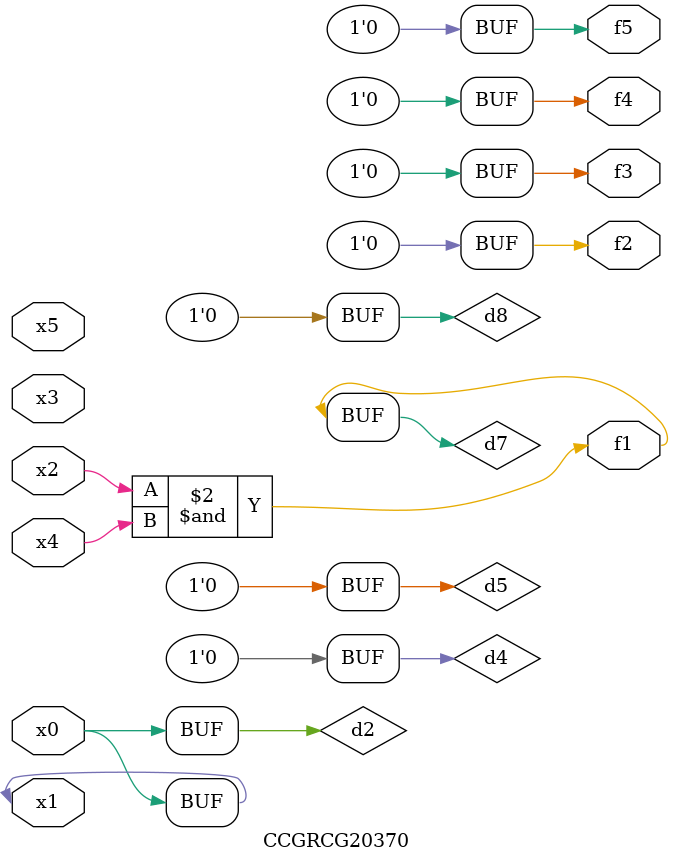
<source format=v>
module CCGRCG20370(
	input x0, x1, x2, x3, x4, x5,
	output f1, f2, f3, f4, f5
);

	wire d1, d2, d3, d4, d5, d6, d7, d8, d9;

	nand (d1, x1);
	buf (d2, x0, x1);
	nand (d3, x2, x4);
	and (d4, d1, d2);
	and (d5, d1, d2);
	nand (d6, d1, d3);
	not (d7, d3);
	xor (d8, d5);
	nor (d9, d5, d6);
	assign f1 = d7;
	assign f2 = d8;
	assign f3 = d8;
	assign f4 = d8;
	assign f5 = d8;
endmodule

</source>
